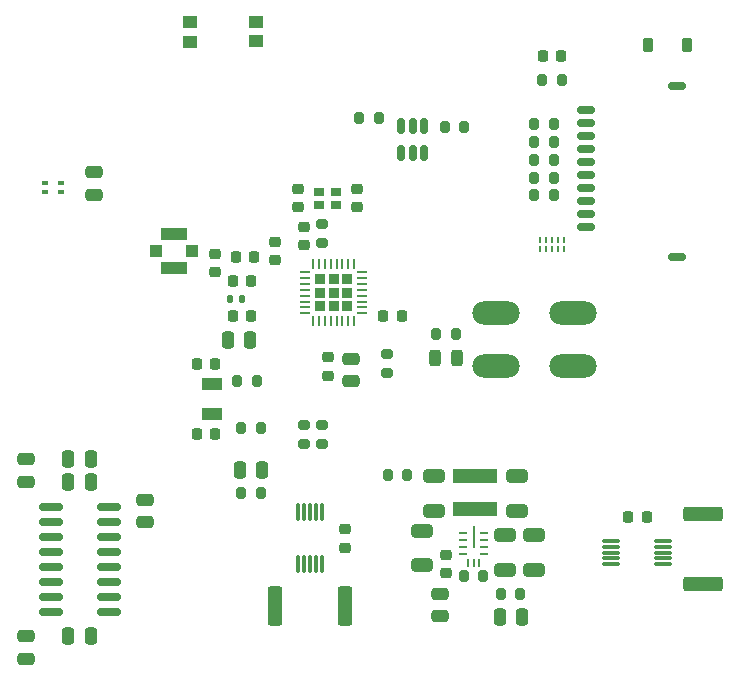
<source format=gbr>
%TF.GenerationSoftware,KiCad,Pcbnew,8.0.7-8.0.7-0~ubuntu24.04.1*%
%TF.CreationDate,2025-01-11T18:55:05-05:00*%
%TF.ProjectId,esp32_sensor_board,65737033-325f-4736-956e-736f725f626f,rev?*%
%TF.SameCoordinates,Original*%
%TF.FileFunction,Paste,Top*%
%TF.FilePolarity,Positive*%
%FSLAX46Y46*%
G04 Gerber Fmt 4.6, Leading zero omitted, Abs format (unit mm)*
G04 Created by KiCad (PCBNEW 8.0.7-8.0.7-0~ubuntu24.04.1) date 2025-01-11 18:55:05*
%MOMM*%
%LPD*%
G01*
G04 APERTURE LIST*
G04 Aperture macros list*
%AMRoundRect*
0 Rectangle with rounded corners*
0 $1 Rounding radius*
0 $2 $3 $4 $5 $6 $7 $8 $9 X,Y pos of 4 corners*
0 Add a 4 corners polygon primitive as box body*
4,1,4,$2,$3,$4,$5,$6,$7,$8,$9,$2,$3,0*
0 Add four circle primitives for the rounded corners*
1,1,$1+$1,$2,$3*
1,1,$1+$1,$4,$5*
1,1,$1+$1,$6,$7*
1,1,$1+$1,$8,$9*
0 Add four rect primitives between the rounded corners*
20,1,$1+$1,$2,$3,$4,$5,0*
20,1,$1+$1,$4,$5,$6,$7,0*
20,1,$1+$1,$6,$7,$8,$9,0*
20,1,$1+$1,$8,$9,$2,$3,0*%
G04 Aperture macros list end*
%ADD10RoundRect,0.225000X0.250000X-0.225000X0.250000X0.225000X-0.250000X0.225000X-0.250000X-0.225000X0*%
%ADD11RoundRect,0.200000X0.200000X0.275000X-0.200000X0.275000X-0.200000X-0.275000X0.200000X-0.275000X0*%
%ADD12RoundRect,0.250000X0.650000X-0.325000X0.650000X0.325000X-0.650000X0.325000X-0.650000X-0.325000X0*%
%ADD13R,0.200000X0.475000*%
%ADD14RoundRect,0.232500X-0.232500X-0.232500X0.232500X-0.232500X0.232500X0.232500X-0.232500X0.232500X0*%
%ADD15RoundRect,0.062500X-0.375000X-0.062500X0.375000X-0.062500X0.375000X0.062500X-0.375000X0.062500X0*%
%ADD16RoundRect,0.062500X-0.062500X-0.375000X0.062500X-0.375000X0.062500X0.375000X-0.062500X0.375000X0*%
%ADD17RoundRect,0.250000X-0.362500X-1.425000X0.362500X-1.425000X0.362500X1.425000X-0.362500X1.425000X0*%
%ADD18RoundRect,0.250000X-0.475000X0.250000X-0.475000X-0.250000X0.475000X-0.250000X0.475000X0.250000X0*%
%ADD19RoundRect,0.225000X-0.225000X-0.250000X0.225000X-0.250000X0.225000X0.250000X-0.225000X0.250000X0*%
%ADD20RoundRect,0.225000X0.225000X0.375000X-0.225000X0.375000X-0.225000X-0.375000X0.225000X-0.375000X0*%
%ADD21RoundRect,0.200000X-0.275000X0.200000X-0.275000X-0.200000X0.275000X-0.200000X0.275000X0.200000X0*%
%ADD22RoundRect,0.062500X-0.237500X-0.062500X0.237500X-0.062500X0.237500X0.062500X-0.237500X0.062500X0*%
%ADD23RoundRect,0.062500X0.062500X-0.237500X0.062500X0.237500X-0.062500X0.237500X-0.062500X-0.237500X0*%
%ADD24RoundRect,0.062500X0.062500X0.850000X-0.062500X0.850000X-0.062500X-0.850000X0.062500X-0.850000X0*%
%ADD25RoundRect,0.225000X0.225000X0.250000X-0.225000X0.250000X-0.225000X-0.250000X0.225000X-0.250000X0*%
%ADD26RoundRect,0.250000X0.475000X-0.250000X0.475000X0.250000X-0.475000X0.250000X-0.475000X-0.250000X0*%
%ADD27RoundRect,0.200000X0.275000X-0.200000X0.275000X0.200000X-0.275000X0.200000X-0.275000X-0.200000X0*%
%ADD28RoundRect,0.200000X-0.200000X-0.275000X0.200000X-0.275000X0.200000X0.275000X-0.200000X0.275000X0*%
%ADD29R,1.000000X1.000000*%
%ADD30R,2.200000X1.050000*%
%ADD31RoundRect,0.147500X-0.147500X-0.172500X0.147500X-0.172500X0.147500X0.172500X-0.147500X0.172500X0*%
%ADD32RoundRect,0.225000X-0.250000X0.225000X-0.250000X-0.225000X0.250000X-0.225000X0.250000X0.225000X0*%
%ADD33RoundRect,0.150000X-0.825000X-0.150000X0.825000X-0.150000X0.825000X0.150000X-0.825000X0.150000X0*%
%ADD34R,1.200000X1.000000*%
%ADD35R,0.900000X0.800000*%
%ADD36RoundRect,0.250000X0.250000X0.475000X-0.250000X0.475000X-0.250000X-0.475000X0.250000X-0.475000X0*%
%ADD37RoundRect,0.150000X0.600000X-0.150000X0.600000X0.150000X-0.600000X0.150000X-0.600000X-0.150000X0*%
%ADD38R,3.700000X1.200000*%
%ADD39RoundRect,0.250000X-0.250000X-0.475000X0.250000X-0.475000X0.250000X0.475000X-0.250000X0.475000X0*%
%ADD40R,1.800000X1.000000*%
%ADD41RoundRect,0.250000X1.425000X-0.362500X1.425000X0.362500X-1.425000X0.362500X-1.425000X-0.362500X0*%
%ADD42O,4.000000X2.000000*%
%ADD43RoundRect,0.250000X-0.650000X0.325000X-0.650000X-0.325000X0.650000X-0.325000X0.650000X0.325000X0*%
%ADD44RoundRect,0.218750X0.218750X0.256250X-0.218750X0.256250X-0.218750X-0.256250X0.218750X-0.256250X0*%
%ADD45R,0.500000X0.300000*%
%ADD46RoundRect,0.150000X-0.150000X0.512500X-0.150000X-0.512500X0.150000X-0.512500X0.150000X0.512500X0*%
%ADD47RoundRect,0.243750X-0.243750X-0.456250X0.243750X-0.456250X0.243750X0.456250X-0.243750X0.456250X0*%
%ADD48RoundRect,0.075000X-0.075000X0.650000X-0.075000X-0.650000X0.075000X-0.650000X0.075000X0.650000X0*%
%ADD49RoundRect,0.075000X-0.650000X-0.075000X0.650000X-0.075000X0.650000X0.075000X-0.650000X0.075000X0*%
G04 APERTURE END LIST*
D10*
%TO.C,C201*%
X128500000Y-117775000D03*
X128500000Y-116225000D03*
%TD*%
D11*
%TO.C,R303*%
X112825000Y-111000000D03*
X111175000Y-111000000D03*
%TD*%
D12*
%TO.C,C203*%
X126500000Y-117100000D03*
X126500000Y-114150000D03*
%TD*%
D13*
%TO.C,U303*%
X136500000Y-90275000D03*
X137000000Y-90275000D03*
X137500000Y-90275000D03*
X138000000Y-90275000D03*
X138500000Y-90275000D03*
X138500000Y-89500000D03*
X138000000Y-89500000D03*
X137500000Y-89500000D03*
X137000000Y-89500000D03*
X136500000Y-89500000D03*
%TD*%
D12*
%TO.C,C204*%
X133500000Y-117475000D03*
X133500000Y-114525000D03*
%TD*%
D14*
%TO.C,U302*%
X117850000Y-92850000D03*
X117850000Y-94000000D03*
X117850000Y-95150000D03*
X119000000Y-92850000D03*
X119000000Y-94000000D03*
X119000000Y-95150000D03*
X120150000Y-92850000D03*
X120150000Y-94000000D03*
X120150000Y-95150000D03*
D15*
X116562500Y-92250000D03*
X116562500Y-92750000D03*
X116562500Y-93250000D03*
X116562500Y-93750000D03*
X116562500Y-94250000D03*
X116562500Y-94750000D03*
X116562500Y-95250000D03*
X116562500Y-95750000D03*
D16*
X117250000Y-96437500D03*
X117750000Y-96437500D03*
X118250000Y-96437500D03*
X118750000Y-96437500D03*
X119250000Y-96437500D03*
X119750000Y-96437500D03*
X120250000Y-96437500D03*
X120750000Y-96437500D03*
D15*
X121437500Y-95750000D03*
X121437500Y-95250000D03*
X121437500Y-94750000D03*
X121437500Y-94250000D03*
X121437500Y-93750000D03*
X121437500Y-93250000D03*
X121437500Y-92750000D03*
X121437500Y-92250000D03*
D16*
X120750000Y-91562500D03*
X120250000Y-91562500D03*
X119750000Y-91562500D03*
X119250000Y-91562500D03*
X118750000Y-91562500D03*
X118250000Y-91562500D03*
X117750000Y-91562500D03*
X117250000Y-91562500D03*
%TD*%
D11*
%TO.C,R203*%
X125225000Y-109400000D03*
X123575000Y-109400000D03*
%TD*%
%TO.C,R201*%
X134825000Y-119500000D03*
X133175000Y-119500000D03*
%TD*%
D17*
%TO.C,R402*%
X114075000Y-120500000D03*
X120000000Y-120500000D03*
%TD*%
D18*
%TO.C,C301*%
X120500000Y-99600000D03*
X120500000Y-101500000D03*
%TD*%
D19*
%TO.C,C304*%
X123225000Y-96000000D03*
X124775000Y-96000000D03*
%TD*%
D20*
%TO.C,D1*%
X148900000Y-73000000D03*
X145600000Y-73000000D03*
%TD*%
D21*
%TO.C,R301*%
X123500000Y-99175000D03*
X123500000Y-100825000D03*
%TD*%
D12*
%TO.C,C202*%
X136000000Y-117475000D03*
X136000000Y-114525000D03*
%TD*%
D18*
%TO.C,C208*%
X128000000Y-119500000D03*
X128000000Y-121400000D03*
%TD*%
D22*
%TO.C,U201*%
X129950000Y-114325000D03*
X129950000Y-114975000D03*
X129950000Y-115575000D03*
X129950000Y-116100000D03*
D23*
X130350000Y-116850000D03*
X130850000Y-116850000D03*
X131350000Y-116850000D03*
D22*
X131750000Y-116100000D03*
X131750000Y-115575000D03*
X131750000Y-114975000D03*
X131750000Y-114325000D03*
D24*
X130850000Y-114662000D03*
%TD*%
D11*
%TO.C,R310*%
X137650000Y-82750000D03*
X136000000Y-82750000D03*
%TD*%
D25*
%TO.C,C307*%
X112000000Y-93000000D03*
X110450000Y-93000000D03*
%TD*%
D26*
%TO.C,C601*%
X98750000Y-85700000D03*
X98750000Y-83800000D03*
%TD*%
D27*
%TO.C,R101*%
X118000000Y-106825000D03*
X118000000Y-105175000D03*
%TD*%
D25*
%TO.C,C309*%
X108950000Y-100000000D03*
X107400000Y-100000000D03*
%TD*%
D28*
%TO.C,R313*%
X136675000Y-76000000D03*
X138325000Y-76000000D03*
%TD*%
D29*
%TO.C,J303*%
X107000000Y-90475000D03*
D30*
X105500000Y-91950000D03*
D29*
X104000000Y-90475000D03*
D30*
X105500000Y-89000000D03*
%TD*%
D11*
%TO.C,R311*%
X130075000Y-80000000D03*
X128425000Y-80000000D03*
%TD*%
D31*
%TO.C,L301*%
X110240000Y-94500000D03*
X111210000Y-94500000D03*
%TD*%
D32*
%TO.C,C312*%
X121000000Y-85225000D03*
X121000000Y-86775000D03*
%TD*%
D33*
%TO.C,U501*%
X95050000Y-112110000D03*
X95050000Y-113380000D03*
X95050000Y-114650000D03*
X95050000Y-115920000D03*
X95050000Y-117190000D03*
X95050000Y-118460000D03*
X95050000Y-119730000D03*
X95050000Y-121000000D03*
X100000000Y-121000000D03*
X100000000Y-119730000D03*
X100000000Y-118460000D03*
X100000000Y-117190000D03*
X100000000Y-115920000D03*
X100000000Y-114650000D03*
X100000000Y-113380000D03*
X100000000Y-112110000D03*
%TD*%
D11*
%TO.C,R308*%
X137650000Y-81250000D03*
X136000000Y-81250000D03*
%TD*%
D19*
%TO.C,C402*%
X143947500Y-113000000D03*
X145497500Y-113000000D03*
%TD*%
D11*
%TO.C,R307*%
X137650000Y-85750000D03*
X136000000Y-85750000D03*
%TD*%
D34*
%TO.C,SW302*%
X112430000Y-72655000D03*
X106830000Y-72755000D03*
X112430000Y-71055000D03*
X106830000Y-71055000D03*
%TD*%
D35*
%TO.C,Y302*%
X117800000Y-86550000D03*
X119200000Y-86550000D03*
X119200000Y-85450000D03*
X117800000Y-85450000D03*
%TD*%
D36*
%TO.C,C504*%
X98425000Y-123055000D03*
X96525000Y-123055000D03*
%TD*%
D37*
%TO.C,J302*%
X140345000Y-80700000D03*
X140345000Y-81800000D03*
X140345000Y-82900000D03*
X140345000Y-84000000D03*
X140345000Y-85100000D03*
X140345000Y-86200000D03*
X140345000Y-87300000D03*
X140345000Y-88400000D03*
X140345000Y-79600000D03*
X140345000Y-78500000D03*
X148095000Y-76500000D03*
X148095000Y-91000000D03*
%TD*%
D38*
%TO.C,L201*%
X131000000Y-112350000D03*
X131000000Y-109550000D03*
%TD*%
D39*
%TO.C,C503*%
X96525000Y-108055000D03*
X98425000Y-108055000D03*
%TD*%
D32*
%TO.C,C302*%
X118500000Y-99475000D03*
X118500000Y-101025000D03*
%TD*%
D28*
%TO.C,R314*%
X136000000Y-79750000D03*
X137650000Y-79750000D03*
%TD*%
D11*
%TO.C,R306*%
X129325000Y-97500000D03*
X127675000Y-97500000D03*
%TD*%
D40*
%TO.C,Y301*%
X108675000Y-101750000D03*
X108675000Y-104250000D03*
%TD*%
D41*
%TO.C,R401*%
X150270000Y-118682500D03*
X150270000Y-112757500D03*
%TD*%
D27*
%TO.C,R305*%
X118000000Y-89825000D03*
X118000000Y-88175000D03*
%TD*%
D36*
%TO.C,C308*%
X112950000Y-109000000D03*
X111050000Y-109000000D03*
%TD*%
D42*
%TO.C,SW301*%
X139250000Y-100250000D03*
X132750000Y-100250000D03*
X139250000Y-95750000D03*
X132750000Y-95750000D03*
%TD*%
D10*
%TO.C,C311*%
X116000000Y-86775000D03*
X116000000Y-85225000D03*
%TD*%
D25*
%TO.C,C310*%
X108950000Y-106000000D03*
X107400000Y-106000000D03*
%TD*%
D32*
%TO.C,C314*%
X109000000Y-90725000D03*
X109000000Y-92275000D03*
%TD*%
D11*
%TO.C,R304*%
X112500000Y-101500000D03*
X110850000Y-101500000D03*
%TD*%
D25*
%TO.C,C306*%
X112000000Y-96000000D03*
X110450000Y-96000000D03*
%TD*%
D28*
%TO.C,R312*%
X121175000Y-79250000D03*
X122825000Y-79250000D03*
%TD*%
D10*
%TO.C,C303*%
X116500000Y-90000000D03*
X116500000Y-88450000D03*
%TD*%
D11*
%TO.C,R302*%
X112825000Y-105500000D03*
X111175000Y-105500000D03*
%TD*%
D26*
%TO.C,C501*%
X103000000Y-113450000D03*
X103000000Y-111550000D03*
%TD*%
D36*
%TO.C,C207*%
X134950000Y-121500000D03*
X133050000Y-121500000D03*
%TD*%
D43*
%TO.C,C206*%
X134500000Y-109525000D03*
X134500000Y-112475000D03*
%TD*%
D39*
%TO.C,C502*%
X96525000Y-110055000D03*
X98425000Y-110055000D03*
%TD*%
D32*
%TO.C,C401*%
X120004000Y-114035000D03*
X120004000Y-115585000D03*
%TD*%
D18*
%TO.C,C505*%
X92975000Y-123105000D03*
X92975000Y-125005000D03*
%TD*%
D36*
%TO.C,C305*%
X111950000Y-98000000D03*
X110050000Y-98000000D03*
%TD*%
D44*
%TO.C,L302*%
X112287500Y-91000000D03*
X110712500Y-91000000D03*
%TD*%
D10*
%TO.C,C313*%
X114000000Y-91275000D03*
X114000000Y-89725000D03*
%TD*%
D45*
%TO.C,U601*%
X94550000Y-84700000D03*
X94550000Y-85500000D03*
X95950000Y-85500000D03*
X95950000Y-84700000D03*
%TD*%
D46*
%TO.C,U301*%
X126650000Y-79862500D03*
X125700000Y-79862500D03*
X124750000Y-79862500D03*
X124750000Y-82137500D03*
X125700000Y-82137500D03*
X126650000Y-82137500D03*
%TD*%
D47*
%TO.C,D301*%
X127562500Y-99500000D03*
X129437500Y-99500000D03*
%TD*%
D18*
%TO.C,C506*%
X92975000Y-108105000D03*
X92975000Y-110005000D03*
%TD*%
D43*
%TO.C,C205*%
X127500000Y-109500000D03*
X127500000Y-112450000D03*
%TD*%
D11*
%TO.C,R202*%
X131650000Y-118000000D03*
X130000000Y-118000000D03*
%TD*%
D48*
%TO.C,U402*%
X118000000Y-112600000D03*
X117500000Y-112600000D03*
X117000000Y-112600000D03*
X116500000Y-112600000D03*
X116000000Y-112600000D03*
X116000000Y-117000000D03*
X116500000Y-117000000D03*
X117000000Y-117000000D03*
X117500000Y-117000000D03*
X118000000Y-117000000D03*
%TD*%
D49*
%TO.C,U401*%
X142522500Y-115000000D03*
X142522500Y-115500000D03*
X142522500Y-116000000D03*
X142522500Y-116500000D03*
X142522500Y-117000000D03*
X146922500Y-117000000D03*
X146922500Y-116500000D03*
X146922500Y-116000000D03*
X146922500Y-115500000D03*
X146922500Y-115000000D03*
%TD*%
D11*
%TO.C,R309*%
X137650000Y-84250000D03*
X136000000Y-84250000D03*
%TD*%
D27*
%TO.C,R102*%
X116500000Y-106825000D03*
X116500000Y-105175000D03*
%TD*%
D25*
%TO.C,C315*%
X138275000Y-74000000D03*
X136725000Y-74000000D03*
%TD*%
M02*

</source>
